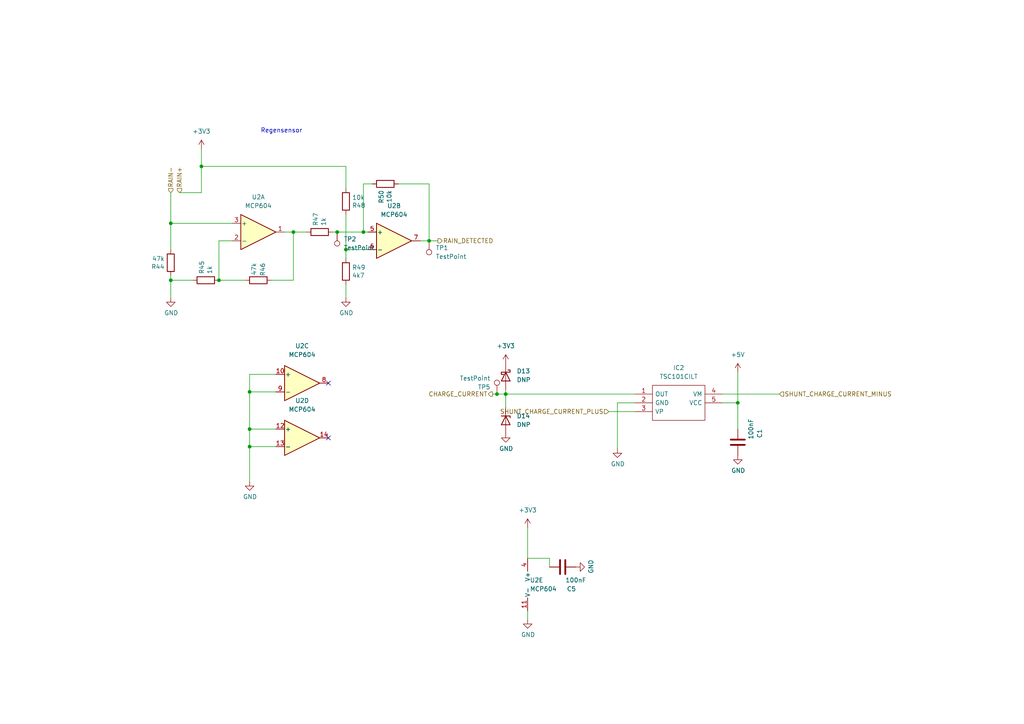
<source format=kicad_sch>
(kicad_sch (version 20211123) (generator eeschema)
  (paper "A4")
  (lib_symbols
    (symbol "Amplifier_Operational:MCP604" (pin_names (offset 0.127))
      (property "Reference" "U" (at 0 5.08 0))
      (property "Value" "MCP604" (at 0 -5.08 0))
      (symbol "MCP604_1_1"
        (polyline (pts (xy -5.08 5.08) (xy 5.08 0) (xy -5.08 -5.08) (xy -5.08 5.08)) (stroke (width 0.254)) (fill (type background)))
        (pin output line (at 7.62 0 180) (length 2.54) (name "~") (number "1"))
        (pin input line (at -7.62 -2.54 0) (length 2.54) (name "-") (number "2"))
        (pin input line (at -7.62 2.54 0) (length 2.54) (name "+") (number "3"))
      )
      (symbol "MCP604_2_1"
        (polyline (pts (xy -5.08 5.08) (xy 5.08 0) (xy -5.08 -5.08) (xy -5.08 5.08)) (stroke (width 0.254)) (fill (type background)))
        (pin input line (at -7.62 2.54 0) (length 2.54) (name "+") (number "5"))
        (pin input line (at -7.62 -2.54 0) (length 2.54) (name "-") (number "6"))
        (pin output line (at 7.62 0 180) (length 2.54) (name "~") (number "7"))
      )
      (symbol "MCP604_3_1"
        (polyline (pts (xy -5.08 5.08) (xy 5.08 0) (xy -5.08 -5.08) (xy -5.08 5.08)) (stroke (width 0.254)) (fill (type background)))
        (pin input line (at -7.62 2.54 0) (length 2.54) (name "+") (number "10"))
        (pin output line (at 7.62 0 180) (length 2.54) (name "~") (number "8"))
        (pin input line (at -7.62 -2.54 0) (length 2.54) (name "-") (number "9"))
      )
      (symbol "MCP604_4_1"
        (polyline (pts (xy -5.08 5.08) (xy 5.08 0) (xy -5.08 -5.08) (xy -5.08 5.08)) (stroke (width 0.254)) (fill (type background)))
        (pin input line (at -7.62 2.54 0) (length 2.54) (name "+") (number "12"))
        (pin input line (at -7.62 -2.54 0) (length 2.54) (name "-") (number "13"))
        (pin output line (at 7.62 0 180) (length 2.54) (name "~") (number "14"))
      )
      (symbol "MCP604_5_1"
        (pin power_in line (at -2.54 -7.62 90) (length 3.81) (name "V-") (number "11"))
        (pin power_in line (at -2.54 7.62 270) (length 3.81) (name "V+") (number "4"))
      )
    )
    (symbol "Connector:TestPoint" (pin_numbers hide) (pin_names (offset 0.762) hide)
      (property "Reference" "TP" (at 0 6.858 0))
      (property "Value" "TestPoint" (at 0 5.08 0))
      (symbol "TestPoint_0_1"
        (circle (center 0 3.302) (radius 0.762))
      )
      (symbol "TestPoint_1_1"
        (pin passive line (at 0 0 90) (length 2.54) (name "1") (number "1"))
      )
    )
    (symbol "Device:C" (pin_numbers hide) (pin_names (offset 0.254))
      (property "Reference" "C" (at 0.635 2.54 0))
      (property "Value" "C" (at 0.635 -2.54 0))
      (symbol "C_0_1"
        (polyline (pts (xy -2.032 -0.762) (xy 2.032 -0.762)) (stroke (width 0.508)))
        (polyline (pts (xy -2.032 0.762) (xy 2.032 0.762)) (stroke (width 0.508)))
      )
      (symbol "C_1_1"
        (pin passive line (at 0 3.81 270) (length 2.794) (name "~") (number "1"))
        (pin passive line (at 0 -3.81 90) (length 2.794) (name "~") (number "2"))
      )
    )
    (symbol "Device:D_Schottky" (pin_numbers hide) (pin_names (offset 1.016) hide)
      (property "Reference" "D" (at 0 2.54 0))
      (property "Value" "D_Schottky" (at 0 -2.54 0))
      (symbol "D_Schottky_0_1"
        (polyline (pts (xy 1.27 0) (xy -1.27 0)))
        (polyline (pts (xy 1.27 1.27) (xy 1.27 -1.27) (xy -1.27 0) (xy 1.27 1.27)) (stroke (width 0.254)))
        (polyline (pts (xy -1.905 0.635) (xy -1.905 1.27) (xy -1.27 1.27) (xy -1.27 -1.27) (xy -0.635 -1.27) (xy -0.635 -0.635)) (stroke (width 0.254)))
      )
      (symbol "D_Schottky_1_1"
        (pin passive line (at -3.81 0 0) (length 2.54) (name "K") (number "1"))
        (pin passive line (at 3.81 0 180) (length 2.54) (name "A") (number "2"))
      )
    )
    (symbol "Device:D_Zener" (pin_numbers hide) (pin_names (offset 1.016) hide)
      (property "Reference" "D" (at 0 2.54 0))
      (property "Value" "D_Zener" (at 0 -2.54 0))
      (symbol "D_Zener_0_1"
        (polyline (pts (xy 1.27 0) (xy -1.27 0)))
        (polyline (pts (xy -1.27 -1.27) (xy -1.27 1.27) (xy -0.762 1.27)) (stroke (width 0.254)))
        (polyline (pts (xy 1.27 -1.27) (xy 1.27 1.27) (xy -1.27 0) (xy 1.27 -1.27)) (stroke (width 0.254)))
      )
      (symbol "D_Zener_1_1"
        (pin passive line (at -3.81 0 0) (length 2.54) (name "K") (number "1"))
        (pin passive line (at 3.81 0 180) (length 2.54) (name "A") (number "2"))
      )
    )
    (symbol "Device:R" (pin_numbers hide) (pin_names (offset 0))
      (property "Reference" "R" (at 2.032 0 90))
      (property "Value" "R" (at 0 0 90))
      (symbol "R_0_1"
        (rectangle (start -1.016 -2.54) (end 1.016 2.54) (stroke (width 0.254)))
      )
      (symbol "R_1_1"
        (pin passive line (at 0 3.81 270) (length 1.27) (name "~") (number "1"))
        (pin passive line (at 0 -3.81 90) (length 1.27) (name "~") (number "2"))
      )
    )
    (symbol "TSC101CILT:TSC101CILT" (pin_names (offset 0.762))
      (property "Reference" "IC" (at 21.59 7.62 0))
      (property "Value" "TSC101CILT" (at 21.59 5.08 0))
      (symbol "TSC101CILT_0_0"
        (pin output line (at 0 0 0) (length 5.08) (name "OUT") (number "1"))
        (pin power_in line (at 0 -2.54 0) (length 5.08) (name "GND") (number "2"))
        (pin passive line (at 0 -5.08 0) (length 5.08) (name "VP") (number "3"))
        (pin passive line (at 25.4 0 180) (length 5.08) (name "VM") (number "4"))
        (pin power_in line (at 25.4 -2.54 180) (length 5.08) (name "VCC") (number "5"))
      )
      (symbol "TSC101CILT_0_1"
        (polyline (pts (xy 5.08 2.54) (xy 20.32 2.54) (xy 20.32 -7.62) (xy 5.08 -7.62) (xy 5.08 2.54)) (stroke (width 0.1524)))
      )
    )
    (symbol "power:+3.3V" (power) (pin_names (offset 0))
      (property "Value" "+3.3V" (at 0 3.556 0))
      (symbol "+3.3V_0_1"
        (polyline (pts (xy -0.762 1.27) (xy 0 2.54)))
        (polyline (pts (xy 0 0) (xy 0 2.54)))
        (polyline (pts (xy 0 2.54) (xy 0.762 1.27)))
      )
      (symbol "+3.3V_1_1"
        (pin power_in line (at 0 0 90) (length 0) hide (name "+3V3") (number "1"))
      )
    )
    (symbol "power:+5V" (power) (pin_names (offset 0))
      (property "Value" "+5V" (at 0 3.556 0))
      (symbol "+5V_0_1"
        (polyline (pts (xy -0.762 1.27) (xy 0 2.54)))
        (polyline (pts (xy 0 0) (xy 0 2.54)))
        (polyline (pts (xy 0 2.54) (xy 0.762 1.27)))
      )
      (symbol "+5V_1_1"
        (pin power_in line (at 0 0 90) (length 0) hide (name "+5V") (number "1"))
      )
    )
    (symbol "power:GND" (power) (pin_names (offset 0))
      (property "Value" "GND" (at 0 -3.81 0))
      (symbol "GND_0_1"
        (polyline (pts (xy 0 0) (xy 0 -1.27) (xy 1.27 -1.27) (xy 0 -2.54) (xy -1.27 -1.27) (xy 0 -1.27)))
      )
      (symbol "GND_1_1"
        (pin power_in line (at 0 0 270) (length 0) hide (name "GND") (number "1"))
      )
    )
  )
  (junction (at 58.42 48.26))
  (junction (at 213.995 116.84))
  (junction (at 144.145 114.3))
  (junction (at 124.46 69.85))
  (junction (at 100.33 72.39))
  (junction (at 49.53 64.77))
  (junction (at 146.685 114.3))
  (junction (at 63.5 81.28))
  (junction (at 105.41 67.31))
  (junction (at 49.53 81.28))
  (junction (at 72.39 113.665))
  (junction (at 85.09 67.31))
  (junction (at 72.39 124.46))
  (junction (at 97.79 67.31))
  (junction (at 72.39 129.54))
  (no_connect (at 95.25 111.125))
  (no_connect (at 95.25 127))
  (wire (pts (xy 209.55 116.84) (xy 213.995 116.84)))
  (wire (pts (xy 72.39 124.46) (xy 72.39 129.54)))
  (wire (pts (xy 49.53 80.01) (xy 49.53 81.28)))
  (wire (pts (xy 96.52 67.31) (xy 97.79 67.31)))
  (wire (pts (xy 184.15 116.84) (xy 179.07 116.84)))
  (wire (pts (xy 176.53 119.38) (xy 184.15 119.38)))
  (wire (pts (xy 55.88 81.28) (xy 49.53 81.28)))
  (wire (pts (xy 63.5 81.28) (xy 71.12 81.28)))
  (wire (pts (xy 153.035 161.925) (xy 159.385 161.925)))
  (wire (pts (xy 58.42 48.26) (xy 58.42 43.18)))
  (wire (pts (xy 127 69.85) (xy 124.46 69.85)))
  (wire (pts (xy 100.33 62.23) (xy 100.33 72.39)))
  (wire (pts (xy 146.685 114.3) (xy 146.685 118.11)))
  (wire (pts (xy 72.39 113.665) (xy 72.39 124.46)))
  (wire (pts (xy 105.41 67.31) (xy 106.68 67.31)))
  (wire (pts (xy 67.31 64.77) (xy 49.53 64.77)))
  (wire (pts (xy 100.33 72.39) (xy 100.33 74.93)))
  (wire (pts (xy 80.01 113.665) (xy 72.39 113.665)))
  (wire (pts (xy 63.5 81.28) (xy 63.5 69.85)))
  (wire (pts (xy 97.79 67.31) (xy 105.41 67.31)))
  (wire (pts (xy 72.39 124.46) (xy 80.01 124.46)))
  (wire (pts (xy 63.5 69.85) (xy 67.31 69.85)))
  (wire (pts (xy 78.74 81.28) (xy 85.09 81.28)))
  (wire (pts (xy 100.33 86.36) (xy 100.33 82.55)))
  (wire (pts (xy 49.53 64.77) (xy 49.53 72.39)))
  (wire (pts (xy 115.57 53.34) (xy 124.46 53.34)))
  (wire (pts (xy 85.09 67.31) (xy 88.9 67.31)))
  (wire (pts (xy 72.39 108.585) (xy 72.39 113.665)))
  (wire (pts (xy 106.68 72.39) (xy 100.33 72.39)))
  (wire (pts (xy 85.09 81.28) (xy 85.09 67.31)))
  (wire (pts (xy 144.145 114.3) (xy 142.875 114.3)))
  (wire (pts (xy 80.01 108.585) (xy 72.39 108.585)))
  (wire (pts (xy 213.995 107.95) (xy 213.995 116.84)))
  (wire (pts (xy 179.07 116.84) (xy 179.07 130.175)))
  (wire (pts (xy 213.995 116.84) (xy 213.995 124.46)))
  (wire (pts (xy 105.41 53.34) (xy 105.41 67.31)))
  (wire (pts (xy 58.42 48.26) (xy 100.33 48.26)))
  (wire (pts (xy 72.39 129.54) (xy 72.39 139.7)))
  (wire (pts (xy 124.46 69.85) (xy 121.92 69.85)))
  (wire (pts (xy 49.53 86.36) (xy 49.53 81.28)))
  (wire (pts (xy 52.07 55.88) (xy 58.42 55.88)))
  (wire (pts (xy 100.33 48.26) (xy 100.33 54.61)))
  (wire (pts (xy 146.685 114.3) (xy 146.685 113.03)))
  (wire (pts (xy 82.55 67.31) (xy 85.09 67.31)))
  (wire (pts (xy 72.39 129.54) (xy 80.01 129.54)))
  (wire (pts (xy 124.46 53.34) (xy 124.46 69.85)))
  (wire (pts (xy 226.06 114.3) (xy 209.55 114.3)))
  (wire (pts (xy 153.035 153.035) (xy 153.035 161.925)))
  (wire (pts (xy 49.53 55.88) (xy 49.53 64.77)))
  (wire (pts (xy 146.685 114.3) (xy 144.145 114.3)))
  (wire (pts (xy 146.685 114.3) (xy 184.15 114.3)))
  (wire (pts (xy 105.41 53.34) (xy 107.95 53.34)))
  (wire (pts (xy 58.42 55.88) (xy 58.42 48.26)))
  (wire (pts (xy 153.035 179.705) (xy 153.035 177.165)))
  (wire (pts (xy 159.385 161.925) (xy 159.385 164.465)))
  (text "Regensensor" (at 75.565 38.735 0) (effects (font (size 1.27 1.27)) (justify left bottom)))
  (hierarchical_label "CHARGE_CURRENT" (shape output) (at 142.875 114.3 180))
  (hierarchical_label "RAIN_DETECTED" (shape output) (at 127 69.85 0))
  (hierarchical_label "RAIN-" (shape input) (at 49.53 55.88 90))
  (hierarchical_label "RAIN+" (shape input) (at 52.07 55.88 90))
  (hierarchical_label "SHUNT_CHARGE_CURRENT_PLUS" (shape input) (at 176.53 119.38 180))
  (hierarchical_label "SHUNT_CHARGE_CURRENT_MINUS" (shape input) (at 226.06 114.3 0))
  (symbol (lib_id "power:GND") (at 153.035 179.705 0) (unit 1)
    (property "Reference" "#PWR0152" (effects hide))
    (property "Value" "GND" (at 153.162 184.0992 0))
  )
  (symbol (lib_id "Device:C") (at 163.195 164.465 270) (unit 1)
    (property "Reference" "C5" (at 165.735 170.815 90))
    (property "Value" "100nF" (at 167.005 168.275 90))
    (property "Footprint" "Capacitor_SMD:C_0805_2012Metric_Pad1.18x1.45mm_HandSolder" (effects hide))
    (property "Digikey" "490-4789-1-ND" (effects hide))
    (property "Part Number" "GCM21BR72A104KA37L" (effects hide))
    (property "Stock_PN" "C-805-.1uF-100V-X7R" (effects hide))
  )
  (symbol (lib_id "Device:D_Zener") (at 146.685 121.92 270) (unit 1)
    (property "Reference" "D14" (at 149.86 120.6499 90) (effects (justify left)))
    (property "Value" "DNP" (at 149.86 123.1899 90) (effects (justify left)))
    (property "Footprint" "Diode_SMD:D_SOD-123F" (effects hide))
    (property "Config" "do not place" (effects hide))
    (property "DNP" "Y" (effects hide))
  )
  (symbol (lib_id "power:GND") (at 72.39 139.7 0) (unit 1)
    (property "Reference" "#PWR0162" (effects hide))
    (property "Value" "GND" (at 72.517 144.0942 0))
  )
  (symbol (lib_id "power:+3.3V") (at 146.685 105.41 0) (unit 1)
    (property "Reference" "#PWR0158" (effects hide))
    (property "Value" "+3.3V" (at 146.685 100.33 0))
  )
  (symbol (lib_id "Connector:TestPoint") (at 144.145 114.3 0) (unit 1)
    (property "Reference" "TP5" (at 142.24 112.2681 0) (effects (justify right)))
    (property "Value" "TestPoint" (at 142.24 109.7281 0) (effects (justify right)))
    (property "Footprint" "TestPoint:TestPoint_Pad_D2.0mm" (effects hide))
    (property "Config" "do not place" (effects hide))
    (property "DNP" "Y" (effects hide))
  )
  (symbol (lib_id "power:+5V") (at 213.995 107.95 0) (unit 1)
    (property "Reference" "#PWR0160" (effects hide))
    (property "Value" "+5V" (at 213.995 102.87 0))
  )
  (symbol (lib_id "power:GND") (at 213.995 132.08 0) (unit 1)
    (property "Reference" "#PWR0161" (effects hide))
    (property "Value" "GND" (at 214.122 136.4742 0))
  )
  (symbol (lib_id "Amplifier_Operational:MCP604") (at 87.63 127 0) (unit 4)
    (property "Reference" "U2" (at 87.63 116.205 0))
    (property "Value" "MCP604" (at 87.63 118.745 0))
    (property "Footprint" "Package_SO:SOIC-14_3.9x8.7mm_P1.27mm" (effects hide))
    (property "Datasheet" "http://ww1.microchip.com/downloads/en/DeviceDoc/21314g.pdf" (effects hide))
    (property "Digikey" "MCP604T-E/SLCT-ND" (effects hide))
    (property "Part Number" "MCP604T-E/SL" (effects hide))
    (property "Stock_PN" "U-MCP604T-E/SL" (effects hide))
  )
  (symbol (lib_id "Device:R") (at 100.33 78.74 0) (unit 1)
    (property "Reference" "R49" (at 102.108 77.5716 0) (effects (justify left)))
    (property "Value" "4k7" (at 102.108 79.883 0) (effects (justify left)))
    (property "Footprint" "Resistor_SMD:R_0805_2012Metric_Pad1.20x1.40mm_HandSolder" (effects hide))
    (property "Stock_PN" "R-805-4.7K-.125W-1%" (effects hide))
    (property "Digikey" "311-4.70KCRCT-ND" (effects hide))
    (property "Part Number" "RC0805FR-074K7L" (effects hide))
  )
  (symbol (lib_id "Amplifier_Operational:MCP604") (at 74.93 67.31 0) (unit 1)
    (property "Reference" "U2" (at 74.93 57.15 0))
    (property "Value" "MCP604" (at 74.93 59.69 0))
    (property "Footprint" "Package_SO:SOIC-14_3.9x8.7mm_P1.27mm" (effects hide))
    (property "Datasheet" "http://ww1.microchip.com/downloads/en/DeviceDoc/21314g.pdf" (effects hide))
    (property "Digikey" "MCP604T-E/SLCT-ND" (effects hide))
    (property "Part Number" "MCP604T-E/SL" (effects hide))
    (property "Stock_PN" "U-MCP604T-E/SL" (effects hide))
  )
  (symbol (lib_id "power:+3.3V") (at 58.42 43.18 0) (unit 1)
    (property "Reference" "#PWR0151" (effects hide))
    (property "Value" "+3.3V" (at 58.42 38.1 0))
  )
  (symbol (lib_id "Amplifier_Operational:MCP604") (at 114.3 69.85 0) (unit 2)
    (property "Reference" "U2" (at 114.3 59.69 0))
    (property "Value" "MCP604" (at 114.3 62.23 0))
    (property "Footprint" "Package_SO:SOIC-14_3.9x8.7mm_P1.27mm" (effects hide))
    (property "Datasheet" "http://ww1.microchip.com/downloads/en/DeviceDoc/21314g.pdf" (effects hide))
    (property "Digikey" "MCP604T-E/SLCT-ND" (effects hide))
    (property "Part Number" "MCP604T-E/SL" (effects hide))
    (property "Stock_PN" "U-MCP604T-E/SL" (effects hide))
  )
  (symbol (lib_id "power:GND") (at 146.685 125.73 0) (unit 1)
    (property "Reference" "#PWR0154" (effects hide))
    (property "Value" "GND" (at 146.812 130.1242 0))
  )
  (symbol (lib_id "Device:R") (at 92.71 67.31 90) (unit 1)
    (property "Reference" "R47" (at 91.5416 65.532 0) (effects (justify left)))
    (property "Value" "1k" (at 93.853 65.532 0) (effects (justify left)))
    (property "Footprint" "Resistor_SMD:R_0805_2012Metric_Pad1.20x1.40mm_HandSolder" (effects hide))
    (property "Stock_PN" "R-805-1K-.125W-1%" (effects hide))
    (property "Digikey" "311-1.00KCRCT-ND" (effects hide))
    (property "Part Number" "RC0805FR-071KL" (effects hide))
  )
  (symbol (lib_id "Connector:TestPoint") (at 124.46 69.85 180) (unit 1)
    (property "Reference" "TP1" (at 126.365 71.8819 0) (effects (justify right)))
    (property "Value" "TestPoint" (at 126.365 74.4219 0) (effects (justify right)))
    (property "Footprint" "TestPoint:TestPoint_Pad_D2.0mm" (effects hide))
    (property "Config" "do not place" (effects hide))
    (property "DNP" "Y" (effects hide))
  )
  (symbol (lib_id "power:GND") (at 100.33 86.36 0) (unit 1)
    (property "Reference" "#PWR0150" (effects hide))
    (property "Value" "GND" (at 100.457 90.7542 0))
  )
  (symbol (lib_id "Amplifier_Operational:MCP604") (at 87.63 111.125 0) (unit 3)
    (property "Reference" "U2" (at 87.63 100.33 0))
    (property "Value" "MCP604" (at 87.63 102.87 0))
    (property "Footprint" "Package_SO:SOIC-14_3.9x8.7mm_P1.27mm" (effects hide))
    (property "Datasheet" "http://ww1.microchip.com/downloads/en/DeviceDoc/21314g.pdf" (effects hide))
    (property "Digikey" "MCP604T-E/SLCT-ND" (effects hide))
    (property "Part Number" "MCP604T-E/SL" (effects hide))
    (property "Stock_PN" "U-MCP604T-E/SL" (effects hide))
  )
  (symbol (lib_id "Device:R") (at 100.33 58.42 0) (mirror x) (unit 1)
    (property "Reference" "R48" (at 102.108 59.5884 0) (effects (justify left)))
    (property "Value" "10k" (at 102.108 57.277 0) (effects (justify left)))
    (property "Footprint" "Resistor_SMD:R_0805_2012Metric_Pad1.20x1.40mm_HandSolder" (effects hide))
    (property "Digikey" "738-RMCF0805FG10K0CT-ND" (effects hide))
    (property "Part Number" "RMCF0805FG10K0" (effects hide))
    (property "Stock_PN" "R-805-10K-.125W-1%" (effects hide))
  )
  (symbol (lib_id "Device:R") (at 49.53 76.2 180) (unit 1)
    (property "Reference" "R44" (at 47.752 77.3684 0) (effects (justify left)))
    (property "Value" "47k" (at 47.752 75.057 0) (effects (justify left)))
    (property "Footprint" "Resistor_SMD:R_0805_2012Metric_Pad1.20x1.40mm_HandSolder" (effects hide))
    (property "Stock_PN" "R-805-47K-.125W-1%" (effects hide))
    (property "Digikey" "311-47.0KCRCT-ND" (effects hide))
    (property "Part Number" "RC0805FR-0747KL" (effects hide))
  )
  (symbol (lib_id "Amplifier_Operational:MCP604") (at 155.575 169.545 0) (unit 5)
    (property "Reference" "U2" (at 153.67 168.2749 0) (effects (justify left)))
    (property "Value" "MCP604" (at 153.67 170.8149 0) (effects (justify left)))
    (property "Footprint" "Package_SO:SOIC-14_3.9x8.7mm_P1.27mm" (effects hide))
    (property "Datasheet" "http://ww1.microchip.com/downloads/en/DeviceDoc/21314g.pdf" (effects hide))
    (property "Digikey" "MCP604T-E/SLCT-ND" (effects hide))
    (property "Part Number" "MCP604T-E/SL" (effects hide))
    (property "Stock_PN" "U-MCP604T-E/SL" (effects hide))
  )
  (symbol (lib_id "Connector:TestPoint") (at 97.79 67.31 180) (unit 1)
    (property "Reference" "TP2" (at 99.695 69.3419 0) (effects (justify right)))
    (property "Value" "TestPoint" (at 99.695 71.8819 0) (effects (justify right)))
    (property "Footprint" "TestPoint:TestPoint_Pad_D2.0mm" (effects hide))
    (property "Config" "do not place" (effects hide))
    (property "DNP" "Y" (effects hide))
  )
  (symbol (lib_id "power:+3.3V") (at 153.035 153.035 0) (unit 1)
    (property "Reference" "#PWR0147" (effects hide))
    (property "Value" "+3.3V" (at 153.035 147.955 0))
  )
  (symbol (lib_id "power:GND") (at 179.07 130.175 0) (unit 1)
    (property "Reference" "#PWR0159" (effects hide))
    (property "Value" "GND" (at 179.197 134.5692 0))
  )
  (symbol (lib_id "Device:R") (at 74.93 81.28 270) (unit 1)
    (property "Reference" "R46" (at 76.2 76.2 0) (effects (justify left)))
    (property "Value" "47k" (at 73.66 76.2 0) (effects (justify left)))
    (property "Footprint" "Resistor_SMD:R_0805_2012Metric_Pad1.20x1.40mm_HandSolder" (effects hide))
    (property "Stock_PN" "R-805-47K-.125W-1%" (effects hide))
    (property "Digikey" "311-47.0KCRCT-ND" (effects hide))
    (property "Part Number" "RC0805FR-0747KL" (effects hide))
  )
  (symbol (lib_id "Device:R") (at 111.76 53.34 90) (mirror x) (unit 1)
    (property "Reference" "R50" (at 110.5916 55.118 0) (effects (justify left)))
    (property "Value" "10k" (at 112.903 55.118 0) (effects (justify left)))
    (property "Footprint" "Resistor_SMD:R_0805_2012Metric_Pad1.20x1.40mm_HandSolder" (effects hide))
    (property "Digikey" "738-RMCF0805FG10K0CT-ND" (effects hide))
    (property "Part Number" "RMCF0805FG10K0" (effects hide))
    (property "Stock_PN" "R-805-10K-.125W-1%" (effects hide))
  )
  (symbol (lib_id "Device:R") (at 59.69 81.28 90) (unit 1)
    (property "Reference" "R45" (at 58.5216 79.502 0) (effects (justify left)))
    (property "Value" "1k" (at 60.833 79.502 0) (effects (justify left)))
    (property "Footprint" "Resistor_SMD:R_0805_2012Metric_Pad1.20x1.40mm_HandSolder" (effects hide))
    (property "Stock_PN" "R-805-1K-.125W-1%" (effects hide))
    (property "Digikey" "311-1.00KCRCT-ND" (effects hide))
    (property "Part Number" "RC0805FR-071KL" (effects hide))
  )
  (symbol (lib_id "Device:C") (at 213.995 128.27 0) (unit 1)
    (property "Reference" "C1" (at 220.345 125.73 90))
    (property "Value" "100nF" (at 217.805 124.46 90))
    (property "Footprint" "Capacitor_SMD:C_0805_2012Metric_Pad1.18x1.45mm_HandSolder" (effects hide))
    (property "Digikey" "490-4789-1-ND" (effects hide))
    (property "Part Number" "GCM21BR72A104KA37L" (effects hide))
    (property "Stock_PN" "C-805-.1uF-100V-X7R" (effects hide))
  )
  (symbol (lib_id "power:GND") (at 49.53 86.36 0) (unit 1)
    (property "Reference" "#PWR0149" (effects hide))
    (property "Value" "GND" (at 49.657 90.7542 0))
  )
  (symbol (lib_id "TSC101CILT:TSC101CILT") (at 184.15 114.3 0) (unit 1)
    (property "Reference" "IC2" (at 196.85 106.68 0))
    (property "Value" "TSC101CILT" (at 196.85 109.22 0))
    (property "Footprint" "TSC101CILT:SOT95P280X145-5N" (effects hide))
    (property "Datasheet" "http://www.st.com/st-web-ui/static/active/en/resource/technical/document/datasheet/CD00153725.pdf" (effects hide))
    (property "Description" "TSC101CILT, Current Sensing Amplifier Single 5-Pin SOT-23" (effects hide))
    (property "Height" "1.45" (effects hide))
    (property "Manufacturer_Name" "STMicroelectronics" (effects hide))
    (property "Manufacturer_Part_Number" "TSC101CILT" (effects hide))
    (property "Digikey" "497-6947-1-ND" (effects hide))
    (property "Part Number" "TSC101CILT" (effects hide))
    (property "Stock_PN" "U-TSC101CILT" (effects hide))
    (property "LCSC" "C222387" (effects hide))
  )
  (symbol (lib_id "power:GND") (at 167.005 164.465 90) (unit 1)
    (property "Reference" "#PWR0155" (effects hide))
    (property "Value" "GND" (at 171.3992 164.338 0))
  )
  (symbol (lib_id "Device:D_Schottky") (at 146.685 109.22 270) (unit 1)
    (property "Reference" "D13" (at 149.86 107.6324 90) (effects (justify left)))
    (property "Value" "DNP" (at 149.86 110.1724 90) (effects (justify left)))
    (property "Footprint" "Diode_SMD:D_SOD-123F" (effects hide))
    (property "Config" "do not place" (effects hide))
    (property "DNP" "Y" (effects hide))
  )
)
</source>
